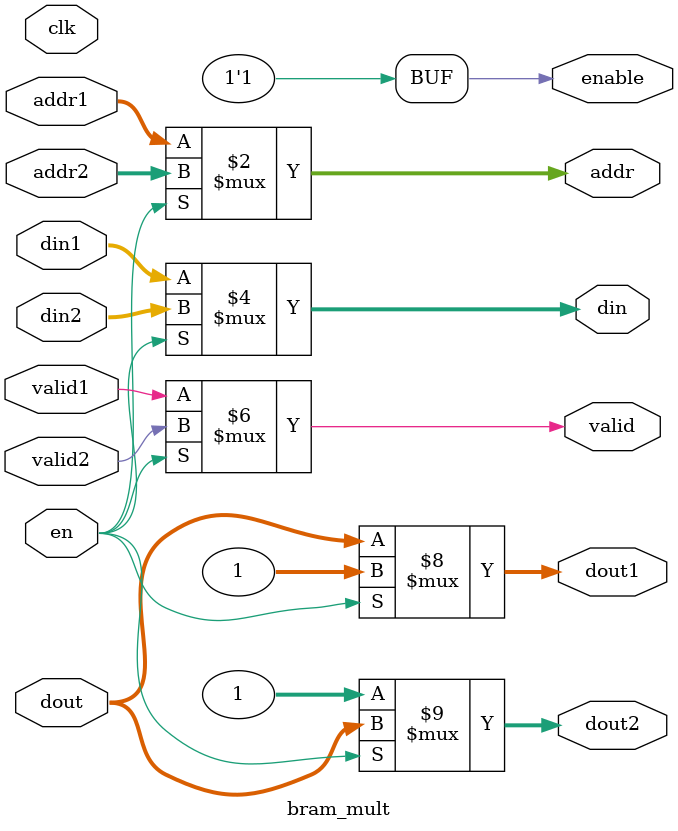
<source format=v>
module bram_mult (
    input               clk,
    input               en,
    //ENT1
    input   [31:0]      addr1,
    input   [31:0]      din1,
    output  [31:0]      dout1,
    input               valid1,
    //ENT2
    input   [31:0]      addr2,
    input   [31:0]      din2,
    output  [31:0]      dout2,
    input               valid2,
    // SALIDA
    output              valid,
    output              enable,
    output  [31:0]      addr,
    output  [31:0]      din,
    input   [31:0]      dout
);

//////////////////////////////////////////////////////////////////////////////////
//      SALIDAS
//////////////////////////////////////////////////////////////////////////////////

assign enable       = 1'b1;
assign addr         = (!en) ? addr1  : addr2;
assign din          = (!en) ? din1   : din2;
assign valid        = (!en) ? valid1 : valid2;
assign dout1        = (!en) ? dout   : 32'b1;
assign dout2        =  (en) ? dout   : 32'b1;

endmodule
</source>
